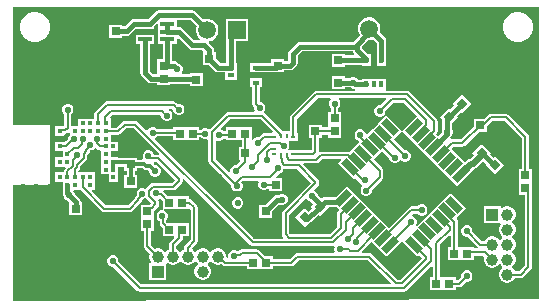
<source format=gtl>
G04*
G04 #@! TF.GenerationSoftware,Altium Limited,Altium Designer,23.2.1 (34)*
G04*
G04 Layer_Physical_Order=1*
G04 Layer_Color=255*
%FSLAX44Y44*%
%MOMM*%
G71*
G04*
G04 #@! TF.SameCoordinates,03237038-BA4C-483D-AFB1-32BADD2FC3D1*
G04*
G04*
G04 #@! TF.FilePolarity,Positive*
G04*
G01*
G75*
%ADD10C,0.4000*%
%ADD11C,0.2000*%
%ADD14C,0.1500*%
G04:AMPARAMS|DCode=20|XSize=1.475mm|YSize=0.6mm|CornerRadius=0mm|HoleSize=0mm|Usage=FLASHONLY|Rotation=225.000|XOffset=0mm|YOffset=0mm|HoleType=Round|Shape=Rectangle|*
%AMROTATEDRECTD20*
4,1,4,0.3094,0.7336,0.7336,0.3094,-0.3094,-0.7336,-0.7336,-0.3094,0.3094,0.7336,0.0*
%
%ADD20ROTATEDRECTD20*%

G04:AMPARAMS|DCode=21|XSize=1.475mm|YSize=0.6mm|CornerRadius=0mm|HoleSize=0mm|Usage=FLASHONLY|Rotation=315.000|XOffset=0mm|YOffset=0mm|HoleType=Round|Shape=Rectangle|*
%AMROTATEDRECTD21*
4,1,4,-0.7336,0.3094,-0.3094,0.7336,0.7336,-0.3094,0.3094,-0.7336,-0.7336,0.3094,0.0*
%
%ADD21ROTATEDRECTD21*%

%ADD23R,0.4000X0.4000*%
%ADD24R,0.5000X0.5000*%
%ADD25R,0.4100X0.2800*%
%ADD26R,0.2800X0.4100*%
%ADD27R,1.7000X1.1000*%
%ADD28R,0.3500X0.6000*%
%ADD29R,1.2000X0.4000*%
%ADD30R,1.1000X1.7000*%
%ADD31R,0.6000X0.3500*%
%ADD54R,0.7000X0.7000*%
%ADD55P,0.9900X4X90.0*%
%ADD56P,0.9900X4X180.0*%
%ADD57R,0.7000X0.7000*%
%ADD58C,0.3000*%
%ADD59C,0.5000*%
%ADD60C,0.2032*%
%ADD61C,1.0000*%
%ADD62R,1.0000X1.0000*%
%ADD63R,1.0000X1.0000*%
%ADD64C,1.5000*%
%ADD65R,1.5000X1.5000*%
%ADD66C,0.5500*%
%ADD67C,1.2700*%
G36*
X448811Y2540D02*
Y2033D01*
X4208Y774D01*
X3309Y1671D01*
Y99060D01*
X34290D01*
Y149860D01*
X3309D01*
Y249421D01*
X448811D01*
Y2540D01*
D02*
G37*
%LPC*%
G36*
X432176Y244910D02*
X428884D01*
X425705Y244058D01*
X422855Y242412D01*
X420527Y240085D01*
X418882Y237235D01*
X418030Y234056D01*
Y230764D01*
X418882Y227585D01*
X420527Y224735D01*
X422855Y222407D01*
X425705Y220762D01*
X428884Y219910D01*
X432176D01*
X435355Y220762D01*
X438205Y222407D01*
X440532Y224735D01*
X442178Y227585D01*
X443030Y230764D01*
Y234056D01*
X442178Y237235D01*
X440532Y240085D01*
X438205Y242412D01*
X435355Y244058D01*
X432176Y244910D01*
D02*
G37*
G36*
X23236D02*
X19944D01*
X16765Y244058D01*
X13915Y242412D01*
X11588Y240085D01*
X9942Y237235D01*
X9090Y234056D01*
Y230764D01*
X9942Y227585D01*
X11588Y224735D01*
X13915Y222407D01*
X16765Y220762D01*
X19944Y219910D01*
X23236D01*
X26415Y220762D01*
X29265Y222407D01*
X31593Y224735D01*
X33238Y227585D01*
X34090Y230764D01*
Y234056D01*
X33238Y237235D01*
X31593Y240085D01*
X29265Y242412D01*
X26415Y244058D01*
X23236Y244910D01*
D02*
G37*
G36*
X306051Y240640D02*
X303549D01*
X301133Y239993D01*
X298967Y238742D01*
X297198Y236973D01*
X295947Y234807D01*
X295300Y232391D01*
Y229889D01*
X295947Y227473D01*
X296824Y225955D01*
X290847Y219978D01*
X246380D01*
X244819Y219668D01*
X243496Y218784D01*
X243496Y218784D01*
X237146Y212434D01*
X236262Y211111D01*
X235952Y209550D01*
X235952Y209550D01*
Y203888D01*
X232830D01*
Y205310D01*
X221830D01*
Y202198D01*
X208960D01*
X207399Y201888D01*
X207372Y201870D01*
X203960D01*
Y194370D01*
X207372D01*
X207399Y194352D01*
X208960Y194042D01*
X225640D01*
X225640Y194042D01*
X226990Y194310D01*
X232830D01*
Y195732D01*
X237687D01*
X237687Y195732D01*
X239248Y196042D01*
X240571Y196926D01*
X242914Y199269D01*
X242914Y199269D01*
X243798Y200592D01*
X244108Y202153D01*
Y207861D01*
X248069Y211822D01*
X290802D01*
X290872Y211469D01*
X291756Y210146D01*
X292011Y209892D01*
X291525Y208718D01*
X284050D01*
Y209970D01*
X277444D01*
X277050Y210048D01*
X276656Y209970D01*
X273050D01*
Y206364D01*
X272972Y205970D01*
X273050Y205576D01*
Y198970D01*
X284050D01*
Y200562D01*
X298360D01*
Y199810D01*
X305860D01*
Y203222D01*
X305878Y203249D01*
X306188Y204810D01*
Y205560D01*
X306188Y205560D01*
X305878Y207121D01*
X305860Y207148D01*
Y209810D01*
X303628D01*
X298718Y214719D01*
Y215900D01*
X298650Y216245D01*
X304044Y221640D01*
X306051D01*
X308008Y222164D01*
X311032Y219141D01*
Y204810D01*
X311342Y203249D01*
X311360Y203222D01*
Y199810D01*
X318860D01*
Y203222D01*
X318878Y203249D01*
X319188Y204810D01*
Y220830D01*
X319188Y220830D01*
X318878Y222391D01*
X317994Y223714D01*
X317994Y223714D01*
X313776Y227932D01*
X314300Y229889D01*
Y232391D01*
X313653Y234807D01*
X312402Y236973D01*
X310633Y238742D01*
X308467Y239993D01*
X306051Y240640D01*
D02*
G37*
G36*
X154940Y246648D02*
X154940Y246648D01*
X126430D01*
X124869Y246338D01*
X123546Y245454D01*
X123546Y245454D01*
X117271Y239178D01*
X105750D01*
X104189Y238868D01*
X102866Y237984D01*
X102866Y237984D01*
X97981Y233099D01*
X95670D01*
Y234520D01*
X84670D01*
Y223520D01*
X95670D01*
Y224942D01*
X99670D01*
X99670Y224942D01*
X101231Y225252D01*
X102554Y226136D01*
X107439Y231021D01*
X118960D01*
X118960Y231021D01*
X119355Y231100D01*
X122960D01*
Y233332D01*
X124787Y235159D01*
X125960Y234673D01*
Y224600D01*
Y218100D01*
X129882D01*
Y205310D01*
X125310D01*
Y192888D01*
X121489D01*
X119038Y195339D01*
Y218100D01*
X122960D01*
Y226100D01*
X115355D01*
X114960Y226178D01*
X114565Y226100D01*
X106960D01*
Y218100D01*
X110882D01*
Y193650D01*
X110882Y193650D01*
X111192Y192089D01*
X112076Y190766D01*
X116916Y185926D01*
X116916Y185926D01*
X118239Y185042D01*
X119800Y184732D01*
X119800Y184732D01*
X125310D01*
Y183310D01*
X136310D01*
Y184307D01*
X152830D01*
Y182460D01*
X163830D01*
Y193460D01*
X152830D01*
Y192463D01*
X146367D01*
X145841Y193733D01*
X146267Y194159D01*
X146990Y195905D01*
Y197795D01*
X146267Y199541D01*
X144931Y200877D01*
X143309Y201549D01*
X142164Y202693D01*
X140841Y203577D01*
X139280Y203888D01*
X139280Y203888D01*
X138039D01*
Y218100D01*
X141960D01*
Y222723D01*
X143133Y223209D01*
X152056Y214286D01*
X153379Y213402D01*
X154940Y213092D01*
X162973D01*
X163932Y212038D01*
X163830Y211240D01*
X163830D01*
Y200240D01*
X169062D01*
X174066Y195236D01*
X175389Y194352D01*
X176950Y194042D01*
X176950Y194042D01*
X182960D01*
Y187870D01*
X192960D01*
Y194370D01*
Y201870D01*
X192038D01*
Y220370D01*
X202540D01*
Y239370D01*
X183540D01*
Y220370D01*
X183881D01*
Y202198D01*
X178639D01*
X174830Y206008D01*
Y211240D01*
X173409D01*
Y212940D01*
X173098Y214501D01*
X172214Y215824D01*
X168924Y219114D01*
X168917Y219380D01*
X169343Y220491D01*
X171307Y221017D01*
X173473Y222268D01*
X175242Y224037D01*
X176493Y226203D01*
X177140Y228619D01*
Y231121D01*
X176493Y233537D01*
X175242Y235703D01*
X173473Y237472D01*
X171307Y238723D01*
X168891Y239370D01*
X166389D01*
X164432Y238846D01*
X157824Y245454D01*
X156501Y246338D01*
X156242Y246389D01*
X154940Y246648D01*
D02*
G37*
G36*
X284050Y190920D02*
X273050D01*
Y179920D01*
X284050D01*
Y181342D01*
X288587D01*
X290208Y180670D01*
X290262D01*
X291202Y180042D01*
X292526Y179779D01*
X292401Y178509D01*
X260028D01*
X258858Y178276D01*
X257865Y177613D01*
X257865Y177613D01*
X238397Y158145D01*
X237734Y157152D01*
X237501Y155982D01*
X237501Y155982D01*
Y144280D01*
X231578D01*
X216215Y159643D01*
X216091Y159726D01*
X215967Y160989D01*
X216117Y161139D01*
X216840Y162885D01*
Y164775D01*
X216117Y166521D01*
X214781Y167857D01*
X213035Y168580D01*
X212019D01*
Y181370D01*
X213960D01*
Y188870D01*
X203960D01*
Y181370D01*
X205901D01*
Y166960D01*
X205901Y166960D01*
X206134Y165790D01*
X206797Y164797D01*
X207340Y164254D01*
Y162885D01*
X207786Y161809D01*
X207004Y160539D01*
X185420D01*
X184249Y160306D01*
X183257Y159643D01*
X170032Y146418D01*
X168541Y146267D01*
X166795Y146990D01*
X164905D01*
X163159Y146267D01*
X162191Y145299D01*
X160860D01*
Y147740D01*
X151130D01*
X149860Y147740D01*
Y147740D01*
X149860D01*
Y147740D01*
X138860D01*
Y146190D01*
X125200D01*
X124232Y147158D01*
X122486Y147881D01*
X120596D01*
X118850Y147158D01*
X117514Y145822D01*
X117317Y145345D01*
X115819Y145047D01*
X108843Y152023D01*
X107851Y152686D01*
X106680Y152919D01*
X106680Y152919D01*
X97790D01*
X97790Y152919D01*
X96620Y152686D01*
X95627Y152023D01*
X95627Y152023D01*
X90969Y147365D01*
X85730D01*
Y154790D01*
X85730D01*
X85456Y156060D01*
X87697Y158301D01*
X127831D01*
X128600Y157533D01*
Y156535D01*
X129323Y154789D01*
X130659Y153453D01*
X132405Y152730D01*
X134295D01*
X136041Y153453D01*
X137377Y154789D01*
X138100Y156535D01*
Y158425D01*
X137377Y160171D01*
X136041Y161507D01*
X134750Y162041D01*
X135003Y163311D01*
X137921D01*
X138760Y162472D01*
Y161615D01*
X139483Y159869D01*
X140819Y158533D01*
X142565Y157810D01*
X144455D01*
X146201Y158533D01*
X147537Y159869D01*
X148260Y161615D01*
Y163505D01*
X147537Y165251D01*
X146201Y166587D01*
X144455Y167310D01*
X142574D01*
X141351Y168533D01*
X140359Y169196D01*
X139188Y169429D01*
X139188Y169429D01*
X82550D01*
X81379Y169196D01*
X80387Y168533D01*
X72767Y160913D01*
X72104Y159921D01*
X71871Y158750D01*
X71871Y158750D01*
Y154790D01*
X58230D01*
Y148290D01*
X52589D01*
Y158901D01*
X53557Y159869D01*
X54280Y161615D01*
Y163505D01*
X53557Y165251D01*
X52221Y166587D01*
X50475Y167310D01*
X48585D01*
X46839Y166587D01*
X45503Y165251D01*
X44780Y163505D01*
Y161615D01*
X45503Y159869D01*
X46471Y158901D01*
Y148587D01*
X46233Y148349D01*
X43730D01*
X43730Y148349D01*
X43434Y148290D01*
X38730D01*
Y140290D01*
X46730D01*
Y141335D01*
X47500Y142231D01*
X48671Y142464D01*
X49663Y143127D01*
X50460Y143924D01*
X51730Y143398D01*
Y141377D01*
X50583Y140231D01*
X49860Y138485D01*
Y137683D01*
X47873Y135696D01*
X46730Y135290D01*
Y135290D01*
X46730Y135290D01*
X38730D01*
Y127290D01*
X45230D01*
Y122290D01*
X38730D01*
Y114290D01*
X47494D01*
X47980Y113117D01*
X47247Y112383D01*
X46639Y111474D01*
X46426Y110401D01*
Y109290D01*
X38730D01*
Y101290D01*
X45230D01*
Y99184D01*
X45151Y98790D01*
Y91740D01*
X45151Y91740D01*
X45462Y90180D01*
X46050Y89299D01*
Y89225D01*
X46773Y87479D01*
X48109Y86143D01*
X49731Y85472D01*
X50056Y85146D01*
X50810Y84240D01*
X50810D01*
X50810Y84240D01*
Y73240D01*
X61810D01*
Y84240D01*
X61519D01*
X60388Y84660D01*
X60078Y86221D01*
X59194Y87544D01*
X55498Y91239D01*
X54827Y92861D01*
X54167Y93520D01*
X54694Y94790D01*
X59730D01*
X60754Y94197D01*
X78374Y76577D01*
X78374Y76577D01*
X79367Y75914D01*
X80537Y75681D01*
X101833D01*
X101833Y75681D01*
X103003Y75914D01*
X103996Y76577D01*
X111533Y84114D01*
X111533Y84114D01*
X112196Y85107D01*
X112357Y85914D01*
X113133Y86690D01*
X113555D01*
X115301Y87413D01*
X116030Y87341D01*
X116197Y87091D01*
X120190Y83098D01*
X119340Y82179D01*
X119340Y82179D01*
X119044Y82120D01*
X111340D01*
Y72390D01*
X111340Y71120D01*
X111340D01*
Y71120D01*
X111340D01*
Y60120D01*
X113781D01*
Y46990D01*
X113781Y46990D01*
X114014Y45820D01*
X114677Y44827D01*
X119100Y40404D01*
X118730Y39022D01*
Y37178D01*
X119207Y35398D01*
X120129Y33802D01*
X120260Y33670D01*
X119734Y32400D01*
X118730D01*
Y18400D01*
X132730D01*
Y31168D01*
X132730Y31720D01*
X133794Y32603D01*
X134046Y32585D01*
X134132Y32499D01*
X135728Y31577D01*
X137508Y31100D01*
X139352D01*
X141132Y31577D01*
X142728Y32499D01*
X144031Y33802D01*
X144145Y33999D01*
X145415D01*
X145529Y33802D01*
X146832Y32499D01*
X148428Y31577D01*
X150208Y31100D01*
X152052D01*
X153832Y31577D01*
X155428Y32499D01*
X156731Y33802D01*
X156845Y33999D01*
X158115D01*
X158229Y33802D01*
X159532Y32499D01*
X159729Y32385D01*
Y31115D01*
X159532Y31001D01*
X158229Y29698D01*
X157307Y28102D01*
X156830Y26322D01*
Y24478D01*
X157307Y22698D01*
X158229Y21102D01*
X159532Y19799D01*
X161128Y18877D01*
X162908Y18400D01*
X164752D01*
X166532Y18877D01*
X168128Y19799D01*
X169431Y21102D01*
X170353Y22698D01*
X170830Y24478D01*
Y26322D01*
X170353Y28102D01*
X169431Y29698D01*
X168128Y31001D01*
X167931Y31115D01*
Y32385D01*
X168128Y32499D01*
X169431Y33802D01*
X169545Y33999D01*
X170815D01*
X170929Y33802D01*
X172232Y32499D01*
X173828Y31577D01*
X175608Y31100D01*
X177452D01*
X179232Y31577D01*
X179630Y31807D01*
X180580Y30857D01*
X180580Y30857D01*
X181572Y30194D01*
X182743Y29961D01*
X182743Y29961D01*
X201090D01*
Y27520D01*
X212090D01*
Y27520D01*
X212090D01*
Y27520D01*
X213360Y27520D01*
X223090D01*
Y29961D01*
X238950D01*
X238950Y29961D01*
X240121Y30194D01*
X241113Y30857D01*
X245297Y35041D01*
X303533D01*
X322912Y15662D01*
X322426Y14489D01*
X111757D01*
X92380Y33866D01*
Y35235D01*
X91657Y36981D01*
X90321Y38317D01*
X88575Y39040D01*
X86685D01*
X84939Y38317D01*
X83603Y36981D01*
X82880Y35235D01*
Y33345D01*
X83603Y31599D01*
X84939Y30263D01*
X86685Y29540D01*
X88054D01*
X108327Y9267D01*
X108327Y9267D01*
X109319Y8604D01*
X110490Y8371D01*
X334587D01*
X334587Y8371D01*
X335757Y8604D01*
X336750Y9267D01*
X357298Y29815D01*
X358471Y29329D01*
Y20740D01*
X356030D01*
Y9740D01*
X365760D01*
X367030Y9740D01*
X368300Y9740D01*
X378030D01*
Y12181D01*
X381000D01*
X381000Y12181D01*
X382170Y12414D01*
X383163Y13077D01*
X386926Y16840D01*
X388295D01*
X390041Y17563D01*
X391377Y18899D01*
X392100Y20645D01*
Y22535D01*
X391377Y24281D01*
X390041Y25617D01*
X388295Y26340D01*
X386405D01*
X384659Y25617D01*
X383323Y24281D01*
X382600Y22535D01*
Y21166D01*
X379733Y18299D01*
X378030D01*
Y20740D01*
X368300D01*
X367030Y20740D01*
X365487Y20740D01*
X364589Y21638D01*
Y48453D01*
X372538Y56402D01*
X373711Y55916D01*
Y46140D01*
X371270D01*
Y35140D01*
X381000D01*
X382270Y35140D01*
X383540Y35140D01*
X393270D01*
Y38851D01*
X401323D01*
X402310Y37864D01*
X401940Y36482D01*
Y34639D01*
X402417Y32858D01*
X403339Y31262D01*
X404642Y29959D01*
X406238Y29037D01*
X408018Y28560D01*
X409861D01*
X411642Y29037D01*
X413238Y29959D01*
X414541Y31262D01*
X414655Y31459D01*
X415925D01*
X416039Y31262D01*
X417342Y29959D01*
X417539Y29845D01*
Y28575D01*
X417342Y28461D01*
X416039Y27158D01*
X415117Y25562D01*
X414640Y23781D01*
Y21938D01*
X415117Y20158D01*
X416039Y18562D01*
X417342Y17259D01*
X418938Y16337D01*
X420718Y15860D01*
X422561D01*
X424342Y16337D01*
X425938Y17259D01*
X427241Y18562D01*
X427957Y19801D01*
X433070D01*
X433070Y19801D01*
X434240Y20034D01*
X435233Y20697D01*
X441583Y27047D01*
X441583Y27047D01*
X442246Y28040D01*
X442479Y29210D01*
X442479Y29210D01*
Y92428D01*
X442479Y92428D01*
X442439Y92629D01*
Y93600D01*
X442380Y93896D01*
Y100330D01*
X442380Y101595D01*
X442380Y102870D01*
Y112600D01*
X439939D01*
Y139700D01*
X439939Y139700D01*
X439706Y140871D01*
X439043Y141863D01*
X439043Y141863D01*
X422695Y158211D01*
X421703Y158874D01*
X420532Y159107D01*
X420532Y159107D01*
X407508D01*
X407508Y159107D01*
X406337Y158874D01*
X405345Y158211D01*
X405345Y158211D01*
X402074Y154940D01*
X393280D01*
Y148266D01*
X382313Y137299D01*
X374619D01*
X374619Y137299D01*
X373462Y138342D01*
X373437Y138604D01*
X374321Y139927D01*
X374407Y140359D01*
X374867Y140819D01*
X375590Y142565D01*
Y144455D01*
X374918Y146076D01*
Y151082D01*
X379967Y156131D01*
X378962Y157136D01*
X382614Y160788D01*
X383619Y159783D01*
X391397Y167561D01*
X383619Y175339D01*
X375841Y167561D01*
X376846Y166556D01*
X373194Y162904D01*
X372189Y163909D01*
X364411Y156131D01*
X366762Y153780D01*
Y146076D01*
X366090Y144455D01*
Y142793D01*
X363388Y140090D01*
X361363Y142115D01*
X361773Y142524D01*
X362436Y143516D01*
X362669Y144687D01*
X362669Y144687D01*
Y152777D01*
X362436Y153947D01*
X361773Y154940D01*
X361773Y154940D01*
X339100Y177613D01*
X338107Y178276D01*
X336937Y178509D01*
X336937Y178509D01*
X320005D01*
X318860Y178810D01*
X318860Y179779D01*
Y188810D01*
X298360D01*
Y187888D01*
X295272D01*
X295180Y188111D01*
X293843Y189447D01*
X292098Y190170D01*
X290208D01*
X288587Y189498D01*
X284050D01*
Y190920D01*
D02*
G37*
%LPD*%
G36*
X158665Y233078D02*
X158140Y231121D01*
Y228619D01*
X158787Y226203D01*
X160038Y224037D01*
X161557Y222518D01*
X161203Y221248D01*
X156629D01*
X146394Y231484D01*
X145071Y232368D01*
X143510Y232678D01*
X143510Y232678D01*
X141960D01*
Y238492D01*
X153251D01*
X158665Y233078D01*
D02*
G37*
G36*
X272354Y171121D02*
X271563Y170331D01*
X270840Y168585D01*
Y166695D01*
X271563Y164949D01*
X272531Y163981D01*
Y160860D01*
X270090D01*
Y151130D01*
X270090Y149860D01*
X270090Y148317D01*
X269192Y147419D01*
X264580D01*
Y149860D01*
X253580D01*
Y138860D01*
X256021D01*
Y128267D01*
X255793Y128039D01*
X240960D01*
X240960Y128039D01*
X240664Y127980D01*
X236824D01*
X236297Y129250D01*
X236437Y129389D01*
X237160Y131135D01*
Y133025D01*
X236437Y134771D01*
X236297Y134910D01*
X236824Y136180D01*
X244610D01*
Y142980D01*
X243619D01*
Y154715D01*
X261295Y172391D01*
X271828D01*
X272354Y171121D01*
D02*
G37*
G36*
X319292Y171218D02*
X314114Y166040D01*
X312745D01*
X310999Y165317D01*
X309663Y163981D01*
X308940Y162235D01*
Y160345D01*
X309663Y158599D01*
X310999Y157263D01*
X312745Y156540D01*
X314635D01*
X316381Y157263D01*
X317717Y158599D01*
X318440Y160345D01*
Y161714D01*
X325117Y168391D01*
X334013D01*
X345229Y157176D01*
X333400Y145347D01*
X332504Y144458D01*
X331607Y145347D01*
X319242Y157713D01*
X312171Y150642D01*
X307928Y146399D01*
X303103Y141574D01*
X301847Y142114D01*
X301207Y143661D01*
X299871Y144997D01*
X298125Y145720D01*
X296235D01*
X294489Y144997D01*
X293153Y143661D01*
X292430Y141915D01*
Y140025D01*
X293153Y138279D01*
X294489Y136943D01*
X295033Y136718D01*
X295304Y136313D01*
X296573Y135044D01*
X288064Y126535D01*
X287714Y126769D01*
X286544Y127002D01*
X286543Y127002D01*
X263787D01*
X263376Y126920D01*
X262145Y127856D01*
X262139Y127870D01*
Y138860D01*
X264580D01*
Y141301D01*
X270090D01*
Y138860D01*
X281090D01*
Y148590D01*
X281090Y149860D01*
X281090Y151130D01*
Y160860D01*
X278649D01*
Y163981D01*
X279617Y164949D01*
X280340Y166695D01*
Y168585D01*
X279617Y170331D01*
X278826Y171121D01*
X279352Y172391D01*
X318806D01*
X319292Y171218D01*
D02*
G37*
G36*
X223053Y144153D02*
X222567Y142980D01*
X220210D01*
Y142639D01*
X215780D01*
X215780Y142639D01*
X214610Y142406D01*
X213617Y141743D01*
X211244Y139370D01*
X209875D01*
X208129Y138647D01*
X206793Y137311D01*
X206580Y136796D01*
X205310Y137049D01*
Y147740D01*
X195580D01*
X194310Y147740D01*
Y147740D01*
X194310D01*
Y147740D01*
X183310D01*
Y144029D01*
X181459D01*
X180491Y144997D01*
X179478Y145416D01*
X179159Y146893D01*
X186687Y154421D01*
X212785D01*
X223053Y144153D01*
D02*
G37*
G36*
X183310Y136740D02*
X193040D01*
X194310Y136740D01*
Y136740D01*
X194310D01*
Y136740D01*
X196751D01*
Y131230D01*
X194310D01*
Y120230D01*
X195388D01*
X195914Y118960D01*
X192194Y115240D01*
X190825D01*
X189079Y114517D01*
X187743Y113181D01*
X187020Y111435D01*
Y109805D01*
X186281Y109316D01*
X185847Y109182D01*
X174659Y120370D01*
Y135755D01*
X175929Y136604D01*
X176855Y136220D01*
X178745D01*
X180491Y136943D01*
X181459Y137911D01*
X183310D01*
Y136740D01*
D02*
G37*
G36*
X126593Y125621D02*
X126478Y125077D01*
X126039Y124379D01*
X122436D01*
X121814Y125881D01*
X120478Y127217D01*
X118732Y127940D01*
X116842D01*
X115097Y127217D01*
X113760Y125881D01*
X113037Y124135D01*
Y122245D01*
X113446Y121258D01*
X112612Y119988D01*
X108370D01*
Y121920D01*
X97370D01*
Y121358D01*
X92230D01*
Y122290D01*
X85730D01*
Y127290D01*
X92230D01*
Y135290D01*
X85730D01*
Y141215D01*
X92220D01*
X93397Y141449D01*
X94394Y142116D01*
X94441Y142185D01*
X99057Y146801D01*
X105413D01*
X126593Y125621D01*
D02*
G37*
G36*
X433821Y138433D02*
Y112600D01*
X431380D01*
Y102870D01*
X431380Y101601D01*
X431380Y100330D01*
Y90600D01*
X436361D01*
Y30477D01*
X431803Y25919D01*
X427957D01*
X427241Y27158D01*
X425938Y28461D01*
X425741Y28575D01*
Y29845D01*
X425938Y29959D01*
X427241Y31262D01*
X428163Y32858D01*
X428640Y34638D01*
Y36481D01*
X428163Y38262D01*
X427241Y39858D01*
X425938Y41161D01*
X425741Y41275D01*
Y42545D01*
X425938Y42659D01*
X427241Y43962D01*
X428163Y45558D01*
X428640Y47338D01*
Y49182D01*
X428163Y50962D01*
X427241Y52558D01*
X425938Y53861D01*
X425741Y53975D01*
Y55245D01*
X425938Y55359D01*
X427241Y56662D01*
X428163Y58258D01*
X428640Y60038D01*
Y61882D01*
X428163Y63662D01*
X427241Y65258D01*
X425938Y66561D01*
X425741Y66675D01*
Y67945D01*
X425938Y68059D01*
X427241Y69362D01*
X428163Y70958D01*
X428640Y72738D01*
Y74582D01*
X428163Y76362D01*
X427241Y77958D01*
X425938Y79261D01*
X424342Y80183D01*
X422561Y80660D01*
X420718D01*
X418938Y80183D01*
X417342Y79261D01*
X417210Y79130D01*
X415940Y79656D01*
Y80660D01*
X401940D01*
Y66660D01*
X415644D01*
X416334Y65553D01*
X416039Y65258D01*
X415117Y63662D01*
X414640Y61882D01*
Y60038D01*
X415117Y58258D01*
X416039Y56662D01*
X417342Y55359D01*
X417539Y55245D01*
Y53975D01*
X417342Y53861D01*
X416039Y52558D01*
X415925Y52361D01*
X414655D01*
X414541Y52558D01*
X413238Y53861D01*
X411642Y54783D01*
X409862Y55260D01*
X408018D01*
X406238Y54783D01*
X404642Y53861D01*
X403339Y52558D01*
X402623Y51319D01*
X400047D01*
X392100Y59266D01*
Y60635D01*
X391377Y62381D01*
X390041Y63717D01*
X388295Y64440D01*
X386405D01*
X384659Y63717D01*
X383323Y62381D01*
X382600Y60635D01*
Y58745D01*
X383323Y56999D01*
X384659Y55663D01*
X386405Y54940D01*
X387774D01*
X396475Y46239D01*
X396384Y45656D01*
X396020Y44969D01*
X393270D01*
Y46140D01*
X383540D01*
X382270Y46140D01*
X380727Y46140D01*
X379829Y47038D01*
Y67658D01*
X379596Y68828D01*
X378933Y69821D01*
X378932Y71017D01*
X386778Y78863D01*
X373520Y92121D01*
X366449Y85050D01*
X360792Y79394D01*
X355135Y73737D01*
X349478Y68080D01*
X345580Y64182D01*
X344504Y64902D01*
X345110Y66365D01*
Y68255D01*
X344387Y70001D01*
X343051Y71337D01*
X341305Y72060D01*
X341188D01*
X340662Y73330D01*
X341743Y74411D01*
X345591D01*
X346559Y73443D01*
X348305Y72720D01*
X350195D01*
X351941Y73443D01*
X353277Y74779D01*
X354000Y76525D01*
Y78415D01*
X353277Y80161D01*
X351941Y81497D01*
X350195Y82220D01*
X348305D01*
X346559Y81497D01*
X345591Y80529D01*
X340476D01*
X339306Y80296D01*
X338313Y79633D01*
X338313Y79633D01*
X321145Y62464D01*
X314116Y69494D01*
X308459Y75151D01*
X302802Y80808D01*
X297145Y86465D01*
X291488Y92121D01*
X285831Y97778D01*
X276651Y88598D01*
X272860D01*
X272029Y88764D01*
X267407D01*
X265846Y88453D01*
X264523Y87569D01*
X263379Y87829D01*
X261033Y90174D01*
X260362Y91796D01*
X259026Y93132D01*
X258549Y93329D01*
X258251Y94827D01*
X261224Y97800D01*
X261224Y97800D01*
X261887Y98792D01*
X262120Y99962D01*
X262120Y99963D01*
Y101619D01*
X261887Y102790D01*
X261224Y103782D01*
X249058Y115948D01*
X249544Y117121D01*
X260024D01*
X260024Y117121D01*
X261194Y117354D01*
X262187Y118017D01*
X265054Y120884D01*
X280754D01*
X281240Y119711D01*
X278230Y116700D01*
X291488Y103442D01*
X292861Y104815D01*
X296299Y101377D01*
X296532Y101221D01*
X296963Y100179D01*
X298299Y98843D01*
X298519Y98752D01*
X298817Y97254D01*
X298233Y96671D01*
X297510Y94925D01*
Y93035D01*
X298233Y91289D01*
X299569Y89953D01*
X301315Y89230D01*
X303205D01*
X304951Y89953D01*
X306287Y91289D01*
X307010Y93035D01*
Y94404D01*
X315853Y103247D01*
X316516Y104240D01*
X316749Y105410D01*
Y110939D01*
X316516Y112109D01*
X315853Y113102D01*
X308500Y120454D01*
X315752Y127706D01*
X321640Y121817D01*
Y120975D01*
X322363Y119229D01*
X323699Y117893D01*
X325445Y117170D01*
X327335D01*
X329081Y117893D01*
X330417Y119229D01*
X330508Y119449D01*
X332006Y119747D01*
X332589Y119163D01*
X334335Y118440D01*
X336225D01*
X337971Y119163D01*
X339307Y120499D01*
X340030Y122245D01*
Y124135D01*
X339307Y125881D01*
X337971Y127217D01*
X336225Y127940D01*
X334956D01*
X325471Y137425D01*
X331607Y143561D01*
X332504Y144451D01*
X333400Y143561D01*
X338164Y138798D01*
X343821Y133141D01*
X349478Y127484D01*
X355135Y121827D01*
X360792Y116170D01*
X366449Y110513D01*
X373520Y103442D01*
X373520Y103442D01*
X379176Y97785D01*
X392435Y111044D01*
Y111044D01*
X393184Y112090D01*
X393375D01*
X395121Y112813D01*
X396457Y114149D01*
X396619Y114540D01*
X399961Y117882D01*
X399971Y117873D01*
X400976Y118878D01*
X403993Y115861D01*
X403623Y115491D01*
X411401Y107713D01*
X419179Y115491D01*
X411401Y123269D01*
X409761Y121629D01*
X406744Y124646D01*
X407749Y125651D01*
X399971Y133429D01*
X392193Y125651D01*
X393472Y124371D01*
X390130Y121029D01*
X389966Y120961D01*
X389117Y120792D01*
X387629Y119797D01*
X385655Y117823D01*
X385364Y118115D01*
X385364Y118115D01*
X379707Y123771D01*
X374091Y129387D01*
X375886Y131181D01*
X383580D01*
X383580Y131181D01*
X384751Y131414D01*
X385743Y132077D01*
X397606Y143940D01*
X404280D01*
Y148498D01*
X404293Y148507D01*
X408775Y152989D01*
X419265D01*
X433821Y138433D01*
D02*
G37*
G36*
X74567Y129127D02*
X74567Y129127D01*
X75559Y128464D01*
X76730Y128231D01*
X77730Y127488D01*
Y120790D01*
Y114290D01*
Y107790D01*
X84230D01*
Y101290D01*
X92230D01*
Y107790D01*
Y114221D01*
X97370D01*
Y110920D01*
X99301D01*
Y107520D01*
X97370D01*
Y96520D01*
X108370D01*
Y107520D01*
X106439D01*
Y110920D01*
X108370D01*
Y112851D01*
X112962D01*
X113558Y112255D01*
X114716Y111481D01*
X116081Y111210D01*
X117746D01*
X118736Y110220D01*
Y109572D01*
X119459Y107826D01*
X120795Y106490D01*
X122541Y105767D01*
X124431D01*
X126176Y106490D01*
X127513Y107826D01*
X128236Y109572D01*
Y111462D01*
X127513Y113208D01*
X126176Y114544D01*
X124431Y115267D01*
X123783D01*
X122564Y116486D01*
X122226Y116991D01*
X122614Y118044D01*
X122789Y118261D01*
X125063D01*
X140244Y103080D01*
X137608Y100444D01*
X121728D01*
X121728Y100444D01*
X120558Y100211D01*
X119565Y99548D01*
X116197Y96180D01*
X115750Y95511D01*
X115301Y95467D01*
X113555Y96190D01*
X111665D01*
X109919Y95467D01*
X108583Y94131D01*
X107860Y92385D01*
Y90495D01*
X107985Y90194D01*
X107207Y89416D01*
X106544Y88423D01*
X106384Y87617D01*
X100566Y81799D01*
X81804D01*
X69986Y93617D01*
X70472Y94790D01*
X72730D01*
Y101290D01*
Y109290D01*
X58534D01*
Y110790D01*
X59462Y111719D01*
X60070Y112628D01*
X60284Y113701D01*
Y114738D01*
X65012Y119467D01*
X65620Y120377D01*
X65834Y121450D01*
Y124098D01*
X67368Y125632D01*
X67975Y126542D01*
X68164Y127489D01*
X68675Y128000D01*
X69326D01*
X71072Y128723D01*
X72408Y130059D01*
X73431Y130263D01*
X74567Y129127D01*
D02*
G37*
G36*
X204176Y48038D02*
X205168Y47375D01*
X206339Y47142D01*
X274341D01*
X274341Y47142D01*
X274704Y47214D01*
X275617Y46101D01*
X275213Y45125D01*
Y43235D01*
X275547Y42429D01*
X274698Y41159D01*
X244030D01*
X244030Y41159D01*
X242859Y40926D01*
X241867Y40263D01*
X241867Y40263D01*
X237683Y36079D01*
X223090D01*
Y38520D01*
X216416D01*
X215741Y39195D01*
X215253Y39925D01*
X215253Y39926D01*
X212700Y42478D01*
X211708Y43141D01*
X211698Y43143D01*
X211516Y43325D01*
X210524Y43988D01*
X209353Y44221D01*
X209353Y44221D01*
X196763D01*
X196762Y44221D01*
X195592Y43988D01*
X194600Y43325D01*
X194599Y43325D01*
X193773Y42498D01*
X193001D01*
X192703Y42797D01*
X190957Y43520D01*
X189068D01*
X187322Y42797D01*
X185986Y41461D01*
X185262Y39715D01*
Y37825D01*
X184521Y37225D01*
X183530Y38194D01*
Y39022D01*
X183053Y40802D01*
X182131Y42398D01*
X180828Y43701D01*
X179232Y44623D01*
X177452Y45100D01*
X175608D01*
X173828Y44623D01*
X172232Y43701D01*
X170929Y42398D01*
X170815Y42201D01*
X169545D01*
X169431Y42398D01*
X168128Y43701D01*
X166532Y44623D01*
X164752Y45100D01*
X162908D01*
X161128Y44623D01*
X159532Y43701D01*
X158229Y42398D01*
X158115Y42201D01*
X156845D01*
X156731Y42398D01*
X155428Y43701D01*
X155304Y43773D01*
X155096Y45360D01*
X158716Y48980D01*
X158716Y48980D01*
X159379Y49973D01*
X159612Y51143D01*
Y79667D01*
X159379Y80837D01*
X158716Y81830D01*
X158716Y81830D01*
X154563Y85983D01*
X153571Y86646D01*
X152400Y86879D01*
X151970Y88003D01*
Y89320D01*
X142240D01*
X140970Y89320D01*
Y89320D01*
X140970D01*
Y89320D01*
X134296D01*
X130559Y93057D01*
X130584Y93363D01*
X130980Y94327D01*
X138875D01*
X138875Y94327D01*
X140046Y94560D01*
X141038Y95223D01*
X145904Y100089D01*
X145904Y100089D01*
X146567Y101081D01*
X146800Y102252D01*
Y103618D01*
X147499Y104056D01*
X148043Y104171D01*
X204176Y48038D01*
D02*
G37*
G36*
X129970Y84994D02*
Y78320D01*
X129970D01*
X129753Y77140D01*
X128595D01*
X126849Y76417D01*
X125513Y75081D01*
X124790Y73335D01*
Y71445D01*
X125513Y69699D01*
X126849Y68363D01*
X127501Y68093D01*
Y66125D01*
X127715Y65052D01*
X128323Y64142D01*
X129970Y62495D01*
Y55460D01*
X139271D01*
X139797Y54190D01*
X136267Y50660D01*
X135604Y49668D01*
X135371Y48497D01*
X135371Y48497D01*
Y44417D01*
X134132Y43701D01*
X132829Y42398D01*
X132715Y42201D01*
X131445D01*
X131331Y42398D01*
X130028Y43701D01*
X128432Y44623D01*
X126652Y45100D01*
X124808D01*
X123426Y44730D01*
X119899Y48257D01*
Y60120D01*
X122340D01*
Y69850D01*
X122340Y71120D01*
X122340D01*
Y71120D01*
X122340D01*
Y76668D01*
X122773Y76957D01*
X125886Y80071D01*
X125886Y80071D01*
X126549Y81063D01*
X126782Y82233D01*
Y83890D01*
X126782Y83890D01*
X126549Y85061D01*
X126047Y85813D01*
X126375Y87052D01*
X127497Y87467D01*
X129970Y84994D01*
D02*
G37*
G36*
X153495Y77577D02*
Y52410D01*
X148967Y47883D01*
X148304Y46891D01*
X148071Y45720D01*
X148071Y45720D01*
Y44417D01*
X146832Y43701D01*
X145529Y42398D01*
X145415Y42201D01*
X144145D01*
X144031Y42398D01*
X142728Y43701D01*
X141489Y44417D01*
Y47230D01*
X146133Y51875D01*
X146796Y52867D01*
X147029Y54037D01*
X147029Y54038D01*
Y55460D01*
X151970D01*
Y66460D01*
X142240D01*
X140970Y66460D01*
Y66460D01*
X140970D01*
Y66460D01*
X133935D01*
X133109Y67286D01*
Y69242D01*
X133567Y69699D01*
X134290Y71445D01*
Y73335D01*
X133567Y75081D01*
X132231Y76417D01*
X130485Y77140D01*
X130702Y78320D01*
X139700D01*
X140970Y78320D01*
Y78320D01*
X140970D01*
Y78320D01*
X151970D01*
Y78320D01*
X152238Y78431D01*
X153495Y77577D01*
D02*
G37*
G36*
X252111Y86891D02*
X252308Y86414D01*
X253644Y85078D01*
X255266Y84406D01*
X257308Y82364D01*
X255033Y80089D01*
X256038Y79084D01*
X254516Y77562D01*
X253689Y77009D01*
X252884Y76204D01*
X250111Y78977D01*
X242333Y71199D01*
X250111Y63421D01*
X252581Y65892D01*
X253937Y66161D01*
X255260Y67045D01*
X258904Y70689D01*
X259731Y71241D01*
X261806Y73316D01*
X262811Y72311D01*
X270589Y80089D01*
X270589D01*
X271670Y80546D01*
X272194Y80442D01*
X276651D01*
X279623Y77470D01*
X278507Y76354D01*
X277844Y75361D01*
X277611Y74191D01*
X277611Y74191D01*
Y63453D01*
X271418Y57260D01*
X237896D01*
X237058Y58097D01*
Y73634D01*
X250613Y87189D01*
X252111Y86891D01*
D02*
G37*
G36*
X138860Y136740D02*
X148590D01*
X149860Y136740D01*
Y136740D01*
X149860D01*
Y136740D01*
X160860D01*
Y139181D01*
X162191D01*
X163159Y138213D01*
X164905Y137490D01*
X166795D01*
X167271Y137687D01*
X168541Y136839D01*
Y119103D01*
X168541Y119103D01*
X168774Y117933D01*
X169437Y116940D01*
X188014Y98363D01*
Y96994D01*
X188737Y95248D01*
X190074Y93912D01*
X191819Y93189D01*
X193709D01*
X195455Y93912D01*
X196791Y95248D01*
X197514Y96994D01*
Y98884D01*
X196791Y100630D01*
X196593Y100827D01*
X198117Y102351D01*
X210484D01*
X211266Y101081D01*
X210820Y100005D01*
Y98115D01*
X211543Y96369D01*
X212879Y95033D01*
X214625Y94310D01*
X216515D01*
X218261Y95033D01*
X218870Y95643D01*
X220140Y95136D01*
Y93560D01*
X231140D01*
Y104560D01*
X226115D01*
X225629Y105733D01*
X228104Y108208D01*
X228347D01*
X230093Y108931D01*
X231429Y110267D01*
X232152Y112013D01*
X232791Y112537D01*
X232922Y112511D01*
X243843D01*
X255563Y100791D01*
X231837Y77064D01*
X231174Y76072D01*
X230941Y74901D01*
X230941Y74901D01*
Y56831D01*
X230941Y56830D01*
X231174Y55660D01*
X231837Y54668D01*
X232071Y54433D01*
X231585Y53260D01*
X207606D01*
X123457Y137409D01*
X123755Y138907D01*
X124232Y139104D01*
X125200Y140072D01*
X138860D01*
Y136740D01*
D02*
G37*
G36*
X333400Y50216D02*
X345766Y37851D01*
X347138Y39224D01*
X349768Y36594D01*
X331663Y18489D01*
X328737D01*
X306963Y40263D01*
X305970Y40926D01*
X304800Y41159D01*
X304800Y41159D01*
X298836D01*
X298350Y42332D01*
X306556Y50537D01*
X313585Y43508D01*
X313585Y43508D01*
X319242Y37851D01*
X331607Y50216D01*
X332504Y51106D01*
X333400Y50216D01*
D02*
G37*
%LPC*%
G36*
X232085Y91110D02*
X230195D01*
X228449Y90387D01*
X228214Y90151D01*
X226627D01*
X225066Y89841D01*
X223743Y88957D01*
X216907Y82120D01*
X211670D01*
Y71120D01*
X222670D01*
Y76348D01*
X228316Y81995D01*
X229267D01*
X230195Y81610D01*
X232085D01*
X233831Y82333D01*
X235167Y83669D01*
X235890Y85415D01*
Y87305D01*
X235167Y89051D01*
X233831Y90387D01*
X232085Y91110D01*
D02*
G37*
G36*
X194352Y88203D02*
X192462D01*
X190716Y87480D01*
X189380Y86144D01*
X188657Y84398D01*
Y82508D01*
X189380Y80762D01*
X190716Y79426D01*
X192462Y78703D01*
X194352D01*
X196098Y79426D01*
X197434Y80762D01*
X198157Y82508D01*
Y84398D01*
X197434Y86144D01*
X196098Y87480D01*
X194352Y88203D01*
D02*
G37*
%LPD*%
D10*
X256335Y89105D02*
X262811Y82629D01*
X256847Y74125D02*
X262811Y80089D01*
X252376Y69929D02*
X256572Y74125D01*
X267407Y84685D02*
X272029D01*
X262811Y80089D02*
X267407Y84685D01*
X272194Y84520D02*
X279644D01*
X217174Y76620D02*
X226627Y86073D01*
X230853D01*
X390873Y116553D02*
X392143D01*
X382270Y107950D02*
X382270D01*
X392143Y116553D02*
X392430Y116840D01*
X399971Y125651D02*
X410131Y115491D01*
X370840Y143510D02*
Y154782D01*
X370553Y141488D02*
Y143223D01*
X370840Y143510D01*
X359643Y130577D02*
X370553Y141488D01*
X370840Y154782D02*
X384254Y168196D01*
X118960Y235100D02*
X126430Y242570D01*
X154940D01*
X167640Y229870D01*
X291513Y185060D02*
X292763Y183810D01*
X302110D01*
X278550Y185420D02*
X291153D01*
X56310Y78740D02*
Y84660D01*
X49230Y91740D02*
X56310Y84660D01*
X49230Y91740D02*
Y98790D01*
X246380Y215900D02*
X292537D01*
X294640D01*
X292537D02*
X304800Y228163D01*
X187960Y198120D02*
Y224790D01*
X193040Y229870D01*
X143510Y228600D02*
X154940Y217170D01*
X165100D01*
X130810Y199810D02*
X139280D01*
X142240Y196850D01*
X304800Y231140D02*
X315110Y220830D01*
Y204810D02*
Y220830D01*
X278720Y204640D02*
X301940D01*
X302110Y204810D01*
X278550Y204470D02*
X278720Y204640D01*
X240030Y202153D02*
Y209550D01*
X246380Y215900D01*
X227330Y199810D02*
X237687D01*
X240030Y202153D01*
X294640Y213030D02*
X302110Y205560D01*
Y204810D02*
Y205560D01*
X294640Y213030D02*
Y215900D01*
X277050Y205970D02*
X278550Y204470D01*
X304800Y228163D02*
Y231140D01*
X114960Y193650D02*
Y222100D01*
X133960Y202960D02*
Y222100D01*
X130810Y199810D02*
X133960Y202960D01*
X114960Y235100D02*
X118960D01*
X99670Y229020D02*
X105750Y235100D01*
X90170Y229020D02*
X99670D01*
X105750Y235100D02*
X114960D01*
X119800Y188810D02*
X130810D01*
X114960Y193650D02*
X119800Y188810D01*
X130810D02*
X131235Y188385D01*
X157905D02*
X158330Y187960D01*
X131235Y188385D02*
X157905D01*
X208960Y198120D02*
X225640D01*
X227330Y199810D01*
X169330Y205740D02*
X176950Y198120D01*
X187960D01*
X165100Y217170D02*
X169330Y212940D01*
Y205740D02*
Y212940D01*
X133960Y228600D02*
X143510D01*
X133960D02*
Y235100D01*
D11*
X206339Y50201D02*
X274341D01*
X285079Y60939D01*
X236629Y54201D02*
X272685D01*
X280670Y62186D01*
X291067Y57424D02*
Y58839D01*
X287020Y53377D02*
X291067Y57424D01*
X294040Y50611D02*
Y53661D01*
X293983Y50555D02*
X294040Y50611D01*
X287020Y53340D02*
Y53377D01*
X291067Y58839D02*
X291400Y59171D01*
Y62334D01*
X285079Y60939D02*
Y67327D01*
X280670Y62186D02*
Y74191D01*
X291400Y62334D02*
X299708Y70643D01*
X234000Y56830D02*
X236629Y54201D01*
X106680Y149860D02*
X206339Y50201D01*
X234000Y56830D02*
Y74901D01*
X280670Y74191D02*
X288395Y81915D01*
X285079Y67327D02*
X294051Y76300D01*
X232922Y115570D02*
X245110D01*
X234000Y74901D02*
X259061Y99962D01*
Y101619D01*
X245110Y115570D02*
X259061Y101619D01*
X262811Y80089D02*
Y82629D01*
X152400Y83820D02*
X156553Y79667D01*
X151130Y45720D02*
X156553Y51143D01*
Y79667D01*
X121541Y143131D02*
X143469D01*
X97790Y149860D02*
X106680D01*
X143469Y143131D02*
X144360Y142240D01*
X279644Y84520D02*
X279951Y84827D01*
X282738Y87614D01*
X256572Y74125D02*
X256847D01*
X248841Y69929D02*
X252376D01*
X272029Y84685D02*
X272194Y84520D01*
X288395Y81915D02*
Y81957D01*
X230510Y117982D02*
X232922Y115570D01*
X230310Y121908D02*
X230510Y121708D01*
X215570Y99060D02*
X225640D01*
X230510Y117982D02*
Y121708D01*
X229910Y123930D02*
X230310Y123530D01*
Y121908D02*
Y123530D01*
X220980Y105410D02*
X226060Y110490D01*
Y110669D01*
X227402Y112011D02*
Y112958D01*
X226060Y110669D02*
X227402Y112011D01*
X196850Y105410D02*
X220980D01*
X288395Y113607D02*
X298462Y103540D01*
X300320D01*
X300990Y102870D01*
X260024Y120180D02*
X263787Y123943D01*
X286544D01*
X291223Y119264D01*
X199390Y119380D02*
X199810Y119800D01*
X199390Y118110D02*
Y119380D01*
X199810Y119800D02*
Y142240D01*
X191770Y110490D02*
X199390Y118110D01*
X61941Y136870D02*
X62610Y137540D01*
X61941Y134571D02*
Y136870D01*
X74033Y133987D02*
Y137420D01*
X61630Y134260D02*
X61941Y134571D01*
X74033Y137420D02*
X74153Y137540D01*
X47793Y131290D02*
X54043Y137540D01*
X54610D01*
X74033Y133987D02*
X76730Y131290D01*
X81730D01*
X61630Y133508D02*
Y134260D01*
X58262Y130140D02*
X61630Y133508D01*
X54580Y130140D02*
X58262D01*
X86430Y161360D02*
X129098D01*
X81280Y156210D02*
X86430Y161360D01*
X129098D02*
X132978Y157480D01*
X133350D01*
X49230Y124790D02*
X54580Y130140D01*
X119657Y121320D02*
X126330D01*
X143742Y102252D02*
Y103909D01*
X138875Y97386D02*
X143742Y102252D01*
X126330Y121320D02*
X143742Y103909D01*
X117787Y123190D02*
X119657Y121320D01*
X195040Y39440D02*
X196762Y41162D01*
X177663Y38100D02*
X182743Y33020D01*
X206590D01*
X190012Y38770D02*
X190682Y39440D01*
X195040D01*
X176530Y38100D02*
X177663D01*
X118110Y77890D02*
X119340Y79120D01*
X118110Y76620D02*
Y77890D01*
X118360Y89254D02*
Y94017D01*
X120610Y79120D02*
X123723Y82233D01*
X128324Y90966D02*
X135470Y83820D01*
X109370Y86277D02*
Y87253D01*
X118360Y89254D02*
X123723Y83890D01*
X124110Y91636D02*
X124780Y90966D01*
X109370Y87253D02*
X112610Y90493D01*
X118360Y94017D02*
X121728Y97386D01*
X124780Y90966D02*
X128324D01*
X112610Y90493D02*
Y91440D01*
X119340Y79120D02*
X120610D01*
X123723Y82233D02*
Y83890D01*
X121728Y97386D02*
X138875D01*
X142998Y162560D02*
X143510D01*
X82550Y166370D02*
X139188D01*
X142998Y162560D01*
X92220Y144290D02*
X97790Y149860D01*
X74930Y158750D02*
X82550Y166370D01*
X399971Y124381D02*
Y125651D01*
X410131Y115491D02*
X411401D01*
X359610Y144687D02*
Y152777D01*
X353986Y139063D02*
X359610Y144687D01*
X42730Y131290D02*
X47793D01*
X436880Y107100D02*
Y139700D01*
X420532Y156048D02*
X436880Y139700D01*
X436880Y96100D02*
X439380Y93600D01*
Y92468D02*
Y93600D01*
X433070Y22860D02*
X439420Y29210D01*
X439380Y92468D02*
X439420Y92428D01*
Y29210D02*
Y92428D01*
X353986Y136234D02*
Y139063D01*
X336937Y175450D02*
X359610Y152777D01*
X374619Y134240D02*
X383580D01*
X365299Y124921D02*
X374619Y134240D01*
X383580D02*
X400010Y150670D01*
X407508Y156048D02*
X420532D01*
X400010Y150670D02*
X402130D01*
X407508Y156048D01*
X196762Y41162D02*
X209353D01*
X101833Y78740D02*
X109370Y86277D01*
X80537Y78740D02*
X101833D01*
X291153Y185420D02*
X291513Y185060D01*
X210810Y119370D02*
Y124479D01*
X205740Y114300D02*
X210810Y119370D01*
X191071Y99632D02*
X196850Y105410D01*
X237267Y120180D02*
X260024D01*
X235310Y122137D02*
X237267Y120180D01*
X235310Y122137D02*
Y123530D01*
X316679Y141891D02*
X335330Y123240D01*
X325863Y121920D02*
X326390D01*
X311022Y136234D02*
X311549D01*
X325863Y121920D01*
X313690Y105410D02*
Y110939D01*
X302260Y93980D02*
X313690Y105410D01*
X322336Y48016D02*
Y48651D01*
X340360Y66675D01*
Y67310D01*
X316679Y53672D02*
X340476Y77470D01*
X349250D01*
X323850Y171450D02*
X335280D01*
X353008Y153722D01*
X240560Y155982D02*
X260028Y175450D01*
X353008Y149399D02*
Y153722D01*
X240560Y139580D02*
Y155982D01*
X260028Y175450D02*
X336937D01*
X313690Y161290D02*
X323850Y171450D01*
X348329Y141891D02*
Y144719D01*
X353008Y149399D01*
X177800Y140970D02*
X187540D01*
X188810Y142240D01*
X185420Y157480D02*
X214053D01*
X171600Y143660D02*
X185420Y157480D01*
X155360Y142240D02*
X165850D01*
X171600Y119103D02*
Y143660D01*
Y119103D02*
X191071Y99632D01*
X218438Y126450D02*
X221167Y129180D01*
X218438Y120257D02*
Y126450D01*
X210810Y124479D02*
X220724Y134394D01*
X215780Y139580D02*
X224260D01*
X210820Y134620D02*
X215780Y139580D01*
X220724Y134394D02*
X224074D01*
X221167Y129180D02*
X223860D01*
X224260Y134580D02*
X229504D01*
X224074Y134394D02*
X224260Y134580D01*
X214053Y157480D02*
X229510Y142022D01*
X62230Y97048D02*
X80537Y78740D01*
X62230Y97048D02*
Y105290D01*
X191071Y99632D02*
X192764Y97939D01*
X151130Y38100D02*
Y45720D01*
X116840Y46990D02*
X125730Y38100D01*
X116840Y46990D02*
Y65620D01*
X88230Y111790D02*
X88338Y111682D01*
X334587Y11430D02*
X357265Y34109D01*
X87630Y34290D02*
X110490Y11430D01*
X304800Y38100D02*
X327470Y15430D01*
X332930D02*
X353265Y35765D01*
X327470Y15430D02*
X332930D01*
X110490Y11430D02*
X334587D01*
X342672Y48016D02*
X353265Y37422D01*
X244030Y38100D02*
X304800D01*
X353265Y35765D02*
Y37422D01*
X288391Y43180D02*
X294873D01*
X279963Y44180D02*
X287391D01*
X294040Y53661D02*
X305365Y64986D01*
X287391Y44180D02*
X288391Y43180D01*
X294873D02*
X308233Y56541D01*
X192764Y97939D02*
X192764D01*
X209353Y41162D02*
X210200Y40315D01*
X308233Y56541D02*
Y59329D01*
X238950Y33020D02*
X244030Y38100D01*
X223860Y129180D02*
X224260Y129580D01*
X240960Y124980D02*
X257060D01*
X259080Y127000D01*
Y144360D01*
X275590Y155360D02*
Y167640D01*
X210200Y40315D02*
X210537D01*
X213090Y37763D01*
Y37520D02*
X217590Y33020D01*
X213090Y37520D02*
Y37763D01*
X348329Y53672D02*
X357265Y44736D01*
Y34109D02*
Y44736D01*
X217590Y33020D02*
X238950D01*
X49530Y147320D02*
Y162560D01*
X47500Y145290D02*
X49530Y147320D01*
X43730Y145290D02*
X47500D01*
X42730Y144290D02*
X43730Y145290D01*
X297180Y140970D02*
X297467Y140683D01*
Y138475D02*
X305365Y130577D01*
X297467Y138475D02*
Y140683D01*
X299708Y124921D02*
X313690Y110939D01*
X365299Y70643D02*
X372770Y63172D01*
Y60960D02*
Y63172D01*
X361530Y49720D02*
X372770Y60960D01*
X361530Y15240D02*
Y49720D01*
X372530Y15240D02*
X381000D01*
X387350Y21590D01*
X398780Y48260D02*
X408940D01*
X387350Y59690D02*
X398780Y48260D01*
X370956Y73471D02*
Y76300D01*
X376770Y40640D02*
Y67658D01*
X370956Y73471D02*
X376770Y67658D01*
X387770Y40640D02*
X389040Y41910D01*
X402590D02*
X408940Y35560D01*
X389040Y41910D02*
X402590D01*
X421640Y22860D02*
X433070D01*
X229504Y134580D02*
X232004Y132080D01*
X232410D01*
X208960Y166960D02*
X212090Y163830D01*
X208960Y166960D02*
Y185120D01*
X146470Y83820D02*
X152400D01*
X143970Y54037D02*
Y62270D01*
X138430Y38100D02*
Y48497D01*
X143970Y54037D01*
X81280Y151130D02*
Y156210D01*
X74930Y151130D02*
Y158750D01*
X234910Y123930D02*
X235310Y123530D01*
X291223Y119264D02*
X294051D01*
X229510Y140630D02*
X229910Y140230D01*
X229510Y140630D02*
Y142022D01*
X240560Y124580D02*
X240960Y124980D01*
X259080Y144360D02*
X275590D01*
D14*
X65385Y127615D02*
Y128675D01*
X68382Y131672D02*
Y132750D01*
X63030Y125259D02*
X65385Y127615D01*
Y128675D02*
X68382Y131672D01*
X55730Y111951D02*
X57480Y113701D01*
X55730Y105290D02*
Y111951D01*
X53980Y115151D02*
Y119892D01*
X57480Y113701D02*
Y115900D01*
X49230Y110401D02*
X53980Y115151D01*
X49230Y105290D02*
Y110401D01*
X53980Y119892D02*
X57150Y123062D01*
X57480Y115900D02*
X63030Y121450D01*
Y125259D01*
X57150Y123062D02*
Y123792D01*
X130305Y66125D02*
Y71625D01*
X129540Y72390D02*
X130305Y71625D01*
Y66125D02*
X135470Y60960D01*
X308233Y59329D02*
X311022D01*
D20*
X382270Y107950D02*
D03*
X376613Y113607D02*
D03*
X370956Y119264D02*
D03*
X365299Y124921D02*
D03*
X359643Y130577D02*
D03*
X353986Y136234D02*
D03*
X348329Y141891D02*
D03*
X342672Y147548D02*
D03*
X282738Y87614D02*
D03*
X288395Y81957D02*
D03*
X294051Y76300D02*
D03*
X299708Y70643D02*
D03*
X305365Y64986D02*
D03*
X311022Y59329D02*
D03*
X316679Y53672D02*
D03*
X322336Y48016D02*
D03*
D21*
Y147548D02*
D03*
X316679Y141891D02*
D03*
X311022Y136234D02*
D03*
X305365Y130577D02*
D03*
X299708Y124921D02*
D03*
X294051Y119264D02*
D03*
X288395Y113607D02*
D03*
X282738Y107950D02*
D03*
X342672Y48016D02*
D03*
X348329Y53672D02*
D03*
X353986Y59329D02*
D03*
X359643Y64986D02*
D03*
X365299Y70643D02*
D03*
X370956Y76300D02*
D03*
X376613Y81957D02*
D03*
X382270Y87614D02*
D03*
D23*
X11430Y97790D02*
D03*
X22930D02*
D03*
X34430D02*
D03*
Y151790D02*
D03*
X22930D02*
D03*
X11430D02*
D03*
X55730Y105290D02*
D03*
X62230D02*
D03*
X68730D02*
D03*
X81730D02*
D03*
Y111790D02*
D03*
Y118290D02*
D03*
Y124790D02*
D03*
Y131290D02*
D03*
Y137790D02*
D03*
Y144290D02*
D03*
X75230D02*
D03*
X68730D02*
D03*
X62230D02*
D03*
X55730D02*
D03*
X49230Y124790D02*
D03*
Y118290D02*
D03*
Y105290D02*
D03*
Y98790D02*
D03*
X55730D02*
D03*
X68730D02*
D03*
X88230D02*
D03*
Y105290D02*
D03*
Y111790D02*
D03*
Y118290D02*
D03*
Y124790D02*
D03*
Y131290D02*
D03*
Y137790D02*
D03*
Y150790D02*
D03*
X81730D02*
D03*
X75230D02*
D03*
X68730D02*
D03*
X62230D02*
D03*
X55730D02*
D03*
X42730D02*
D03*
Y144290D02*
D03*
Y137790D02*
D03*
Y131290D02*
D03*
Y124790D02*
D03*
Y118290D02*
D03*
Y111790D02*
D03*
Y105290D02*
D03*
Y98790D02*
D03*
D24*
X68530Y114790D02*
D03*
D25*
X224260Y139580D02*
D03*
Y134580D02*
D03*
Y129580D02*
D03*
Y124580D02*
D03*
X240560D02*
D03*
Y129580D02*
D03*
Y134580D02*
D03*
Y139580D02*
D03*
D26*
X229910Y123930D02*
D03*
X234910D02*
D03*
Y140230D02*
D03*
X229910D02*
D03*
D27*
X308610Y194310D02*
D03*
D28*
X302110Y204810D02*
D03*
X308610D02*
D03*
X315110D02*
D03*
Y183810D02*
D03*
X308610D02*
D03*
X302110D02*
D03*
D29*
X133960Y235100D02*
D03*
Y228600D02*
D03*
Y222100D02*
D03*
X114960D02*
D03*
Y228600D02*
D03*
Y235100D02*
D03*
D30*
X198460Y191620D02*
D03*
D31*
X208960Y198120D02*
D03*
Y191620D02*
D03*
Y185120D02*
D03*
X187960D02*
D03*
Y191620D02*
D03*
Y198120D02*
D03*
D54*
X102870Y102020D02*
D03*
Y91020D02*
D03*
Y127420D02*
D03*
Y116420D02*
D03*
X217170Y65620D02*
D03*
Y76620D02*
D03*
X116840Y65620D02*
D03*
Y76620D02*
D03*
X259080Y144360D02*
D03*
Y155360D02*
D03*
X398780Y149440D02*
D03*
Y160440D02*
D03*
X436880Y96100D02*
D03*
X436880Y107100D02*
D03*
X130810Y199810D02*
D03*
Y188810D02*
D03*
X90170Y218020D02*
D03*
Y229020D02*
D03*
X227330Y199810D02*
D03*
Y188810D02*
D03*
X275590Y155360D02*
D03*
Y144360D02*
D03*
D55*
X399971Y125651D02*
D03*
X407749Y133429D02*
D03*
X419179Y123269D02*
D03*
X411401Y115491D02*
D03*
D56*
X383619Y167561D02*
D03*
X375841Y175339D02*
D03*
X364411Y163909D02*
D03*
X372189Y156131D02*
D03*
X250111Y71199D02*
D03*
X257889Y63421D02*
D03*
X262811Y80089D02*
D03*
X270589Y72311D02*
D03*
D57*
X188810Y125730D02*
D03*
X199810D02*
D03*
Y142240D02*
D03*
X188810D02*
D03*
X361530Y15240D02*
D03*
X372530D02*
D03*
X387770Y40640D02*
D03*
X376770D02*
D03*
X155360Y142240D02*
D03*
X144360D02*
D03*
X146470Y60960D02*
D03*
X135470D02*
D03*
Y83820D02*
D03*
X146470D02*
D03*
X206590Y33020D02*
D03*
X217590D02*
D03*
X67310Y78740D02*
D03*
X56310D02*
D03*
X267550Y185420D02*
D03*
X278550D02*
D03*
X169330Y187960D02*
D03*
X158330D02*
D03*
X169330Y205740D02*
D03*
X158330D02*
D03*
X267550Y204470D02*
D03*
X278550D02*
D03*
X225640Y99060D02*
D03*
X236640D02*
D03*
D58*
X119495Y114508D02*
X123486Y110517D01*
X119495Y114508D02*
Y114778D01*
X116081D02*
X119495D01*
X114440Y116420D02*
X116081Y114778D01*
X102870Y116420D02*
X114440D01*
X102870Y102020D02*
Y116420D01*
X101500Y117790D02*
X102870Y116420D01*
X88230Y118290D02*
X88730Y117790D01*
X101500D01*
X88230Y111790D02*
Y118290D01*
D59*
X382270Y107950D02*
X390873Y116553D01*
X392430Y116840D02*
X399971Y124381D01*
D60*
X81730Y144290D02*
X92220D01*
D61*
X421640Y22860D02*
D03*
X408940Y22860D02*
D03*
Y35560D02*
D03*
X408940Y48260D02*
D03*
X408940Y60960D02*
D03*
X421640Y35560D02*
D03*
X421640Y48260D02*
D03*
X421640Y60960D02*
D03*
X421640Y73660D02*
D03*
X176530Y38100D02*
D03*
Y25400D02*
D03*
X163830D02*
D03*
X151130D02*
D03*
X138430D02*
D03*
X163830Y38100D02*
D03*
X151130D02*
D03*
X138430D02*
D03*
X125730D02*
D03*
D62*
X408940Y73660D02*
D03*
D63*
X125730Y25400D02*
D03*
D64*
X167640Y229870D02*
D03*
X304800Y231140D02*
D03*
D65*
X193040Y229870D02*
D03*
X279400Y231140D02*
D03*
D66*
X349250Y110490D02*
D03*
X337820Y97790D02*
D03*
X323850Y82550D02*
D03*
X287020Y53340D02*
D03*
X293983Y50555D02*
D03*
X246380Y59951D02*
D03*
X217170Y56550D02*
D03*
X269240Y60550D02*
D03*
X62230Y175260D02*
D03*
X118110Y179070D02*
D03*
X256335Y89105D02*
D03*
X248650Y98222D02*
D03*
X163830Y68580D02*
D03*
X175260Y62230D02*
D03*
X121541Y143131D02*
D03*
X157215Y107457D02*
D03*
X104140Y201930D02*
D03*
X101600Y219710D02*
D03*
X231140Y86360D02*
D03*
X215570Y99060D02*
D03*
X227402Y112958D02*
D03*
X271780Y116840D02*
D03*
X300990Y102870D02*
D03*
X293370Y161290D02*
D03*
X86360Y184150D02*
D03*
X105410Y38100D02*
D03*
X223520Y229870D02*
D03*
X346710Y8890D02*
D03*
X124460Y53340D02*
D03*
X330200Y160020D02*
D03*
X228600Y165100D02*
D03*
X440690Y8890D02*
D03*
X330200Y35560D02*
D03*
X73660Y121250D02*
D03*
X62610Y137540D02*
D03*
X68382Y132750D02*
D03*
X74153Y137540D02*
D03*
X54610D02*
D03*
X57150Y123792D02*
D03*
X99060Y155610D02*
D03*
X193407Y83453D02*
D03*
X133350Y157480D02*
D03*
X123486Y110517D02*
D03*
X190012Y38770D02*
D03*
X112610Y91440D02*
D03*
X124110Y91636D02*
D03*
X117787Y123190D02*
D03*
X143510Y162560D02*
D03*
X100330Y142240D02*
D03*
X392430Y116840D02*
D03*
X370840Y143510D02*
D03*
X90170Y88900D02*
D03*
X291153Y185420D02*
D03*
X304800Y194310D02*
D03*
X313690D02*
D03*
X129540Y72390D02*
D03*
X50800Y90170D02*
D03*
X166370Y157480D02*
D03*
X153670Y124460D02*
D03*
X57150Y161290D02*
D03*
X31750Y163830D02*
D03*
Y87630D02*
D03*
X208590Y94614D02*
D03*
X205740Y114300D02*
D03*
X326390Y121920D02*
D03*
X302260Y93980D02*
D03*
X340360Y67310D02*
D03*
X313690Y161290D02*
D03*
X177800Y125730D02*
D03*
X165850Y142240D02*
D03*
X177481Y105091D02*
D03*
X218438Y120257D02*
D03*
X191770Y110490D02*
D03*
X177800Y140970D02*
D03*
X210820Y134620D02*
D03*
X430530Y135890D02*
D03*
X421640Y144780D02*
D03*
X283210Y21590D02*
D03*
X254000Y22860D02*
D03*
X431800Y179070D02*
D03*
X386080Y213360D02*
D03*
X414020Y200660D02*
D03*
X434340Y214630D02*
D03*
X363220Y228600D02*
D03*
X97790Y60960D02*
D03*
X41910D02*
D03*
X69850Y25400D02*
D03*
X12700Y27940D02*
D03*
Y60960D02*
D03*
X44450Y181610D02*
D03*
X60960Y190500D02*
D03*
X21590Y189230D02*
D03*
Y210820D02*
D03*
X40640Y200660D02*
D03*
X39370Y220980D02*
D03*
X58420Y212090D02*
D03*
Y229870D02*
D03*
X73660Y67310D02*
D03*
X81280Y88900D02*
D03*
X87630Y34290D02*
D03*
X279963Y44180D02*
D03*
X192764Y97939D02*
D03*
X248920Y132080D02*
D03*
X349250Y77470D02*
D03*
X20320Y87630D02*
D03*
X10160D02*
D03*
X22860Y163830D02*
D03*
X10160D02*
D03*
X90170Y205740D02*
D03*
X176530Y179070D02*
D03*
X146050Y205740D02*
D03*
X142240Y196850D02*
D03*
X227330Y177800D02*
D03*
X255270Y185420D02*
D03*
X254000Y203200D02*
D03*
X260350Y167640D02*
D03*
X275590D02*
D03*
X408940Y165100D02*
D03*
X367030Y182880D02*
D03*
X358140Y173990D02*
D03*
X370840Y200660D02*
D03*
X49530Y162560D02*
D03*
X335280Y123190D02*
D03*
X297180Y140970D02*
D03*
X198120Y187960D02*
D03*
Y195580D02*
D03*
X389890Y72390D02*
D03*
X387350Y21590D02*
D03*
Y59690D02*
D03*
X232410Y132080D02*
D03*
X212090Y163830D02*
D03*
D67*
X388620Y238760D02*
D03*
M02*

</source>
